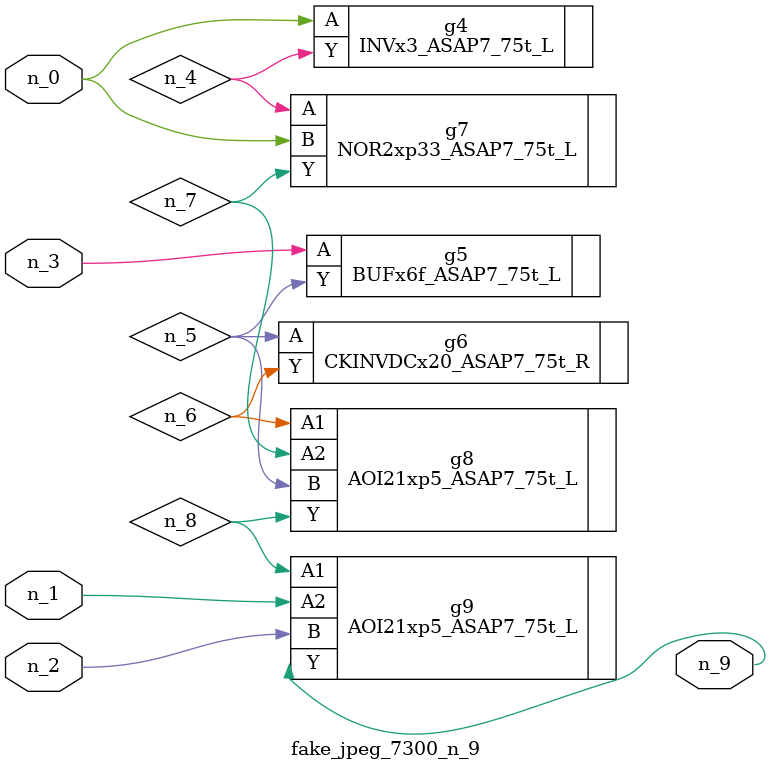
<source format=v>
module fake_jpeg_7300_n_9 (n_0, n_3, n_2, n_1, n_9);

input n_0;
input n_3;
input n_2;
input n_1;

output n_9;

wire n_4;
wire n_8;
wire n_6;
wire n_5;
wire n_7;

INVx3_ASAP7_75t_L g4 ( 
.A(n_0),
.Y(n_4)
);

BUFx6f_ASAP7_75t_L g5 ( 
.A(n_3),
.Y(n_5)
);

CKINVDCx20_ASAP7_75t_R g6 ( 
.A(n_5),
.Y(n_6)
);

AOI21xp5_ASAP7_75t_L g8 ( 
.A1(n_6),
.A2(n_7),
.B(n_5),
.Y(n_8)
);

NOR2xp33_ASAP7_75t_L g7 ( 
.A(n_4),
.B(n_0),
.Y(n_7)
);

AOI21xp5_ASAP7_75t_L g9 ( 
.A1(n_8),
.A2(n_1),
.B(n_2),
.Y(n_9)
);


endmodule
</source>
